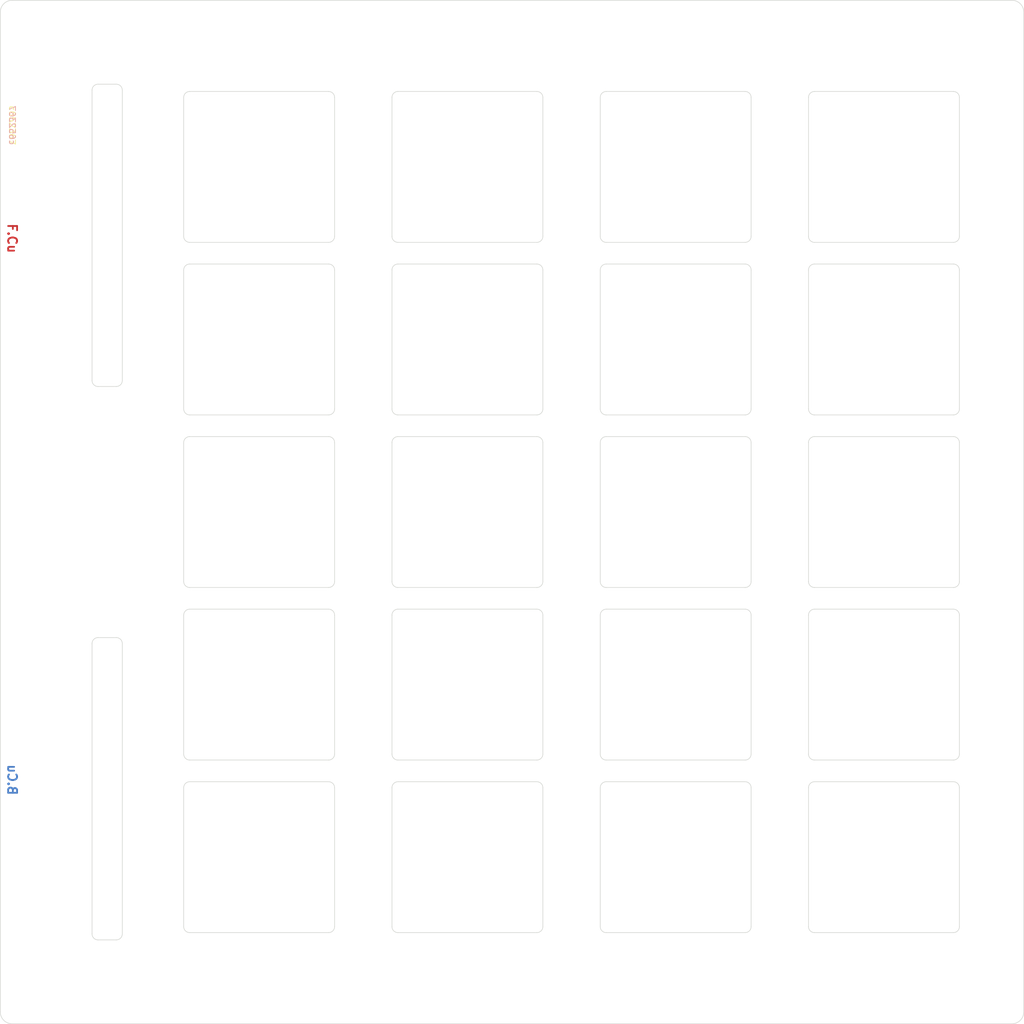
<source format=kicad_pcb>
(kicad_pcb (version 20210228) (generator pcbnew)
  (layers (0 "F.Cu" signal) (31 "B.Cu" signal) (34 "B.Paste" user) (35 "F.Paste" user) (36 "B.SilkS" user "B.Silkscreen") (37 "F.SilkS" user "F.Silkscreen") (38 "B.Mask" user) (39 "F.Mask" user) (44 "Edge.Cuts" user))
  (net 0 "")
  (footprint "MINE:MountingHole_7.1mm" (layer "F.Cu") (at 20 80)
    (fp_text reference "REF**" hide)
    (fp_text value "MountingHole_7.1mm" hide)
    (pad "" np_thru_hole circle (at 0 0) (size 7.1 7.1) (drill 7.1) (layers F&B.Cu *.Mask))
  )
  (footprint "MINE:MountingHole_7.1mm" (layer "F.Cu") (at 0 -80)
    (fp_text reference "REF**" hide)
    (fp_text value "MountingHole_7.1mm" hide)
    (pad "" np_thru_hole circle (at 0 0) (size 7.1 7.1) (drill 7.1) (layers F&B.Cu *.Mask))
  )
  (gr_line (start 74.177 -16.323) (end 50.822999 -16.323) (layer "Edge.Cuts") (width 0.1))
  (gr_arc (start 50.822999 -40.677) (end 50.822999 -41.677) (angle -90) (layer "Edge.Cuts") (width 0.1))
  (gr_line (start -55.177 -46.323) (end -55.177 -69.677) (layer "Edge.Cuts") (width 0.1))
  (gr_arc (start -69.579999 70.899999) (end -70.579999 70.899999) (angle -90) (layer "Edge.Cuts") (width 0.1))
  (gr_arc (start 39.177 69.676999) (end 39.177 70.676999) (angle -90) (layer "Edge.Cuts") (width 0.1))
  (gr_arc (start -54.177 -17.322999) (end -55.177 -17.323) (angle -90) (layer "Edge.Cuts") (width 0.1))
  (gr_line (start 39.177 -16.322999) (end 15.823 -16.322999) (layer "Edge.Cuts") (width 0.1))
  (gr_line (start -19.177 -12.677) (end 4.177 -12.677) (layer "Edge.Cuts") (width 0.1))
  (gr_line (start -55.177 40.676999) (end -55.177 17.322999) (layer "Edge.Cuts") (width 0.1))
  (gr_arc (start -66.499999 70.899999) (end -66.499999 71.899999) (angle -90) (layer "Edge.Cuts") (width 0.1))
  (gr_line (start 39.177 -45.322999) (end 15.822999 -45.322999) (layer "Edge.Cuts") (width 0.1))
  (gr_line (start -29.822999 46.322999) (end -29.822999 69.676999) (layer "Edge.Cuts") (width 0.1))
  (gr_line (start -54.177 -70.677) (end -30.822999 -70.677) (layer "Edge.Cuts") (width 0.1))
  (gr_line (start -29.822999 -40.677) (end -29.822999 -17.323) (layer "Edge.Cuts") (width 0.1))
  (gr_line (start -20.177 -46.323) (end -20.177 -69.677) (layer "Edge.Cuts") (width 0.1))
  (gr_line (start 74.177 12.676999) (end 50.822999 12.676999) (layer "Edge.Cuts") (width 0.1))
  (gr_arc (start 4.176999 -46.322999) (end 4.177 -45.322999) (angle -90) (layer "Edge.Cuts") (width 0.1))
  (gr_arc (start 39.176999 -69.677) (end 40.176999 -69.677) (angle -90) (layer "Edge.Cuts") (width 0.1))
  (gr_arc (start 84 84) (end 84 86) (angle -90) (layer "Edge.Cuts") (width 0.1))
  (gr_arc (start -54.177 17.322999) (end -54.177 16.322999) (angle -90) (layer "Edge.Cuts") (width 0.1))
  (gr_line (start -30.822999 12.677) (end -54.177 12.677) (layer "Edge.Cuts") (width 0.1))
  (gr_line (start 15.822999 -70.677) (end 39.177 -70.677) (layer "Edge.Cuts") (width 0.1))
  (gr_arc (start -19.177 11.677) (end -20.177 11.676999) (angle -90) (layer "Edge.Cuts") (width 0.1))
  (gr_arc (start -66.499999 -70.899999) (end -65.499999 -70.899999) (angle -90) (layer "Edge.Cuts") (width 0.1))
  (gr_line (start -20.177 40.676999) (end -20.177 17.322999) (layer "Edge.Cuts") (width 0.1))
  (gr_line (start 75.177 46.322999) (end 75.177 69.676999) (layer "Edge.Cuts") (width 0.1))
  (gr_arc (start 74.177 40.676999) (end 74.177 41.676999) (angle -90) (layer "Edge.Cuts") (width 0.1))
  (gr_line (start 50.822999 45.322999) (end 74.177 45.322999) (layer "Edge.Cuts") (width 0.1))
  (gr_arc (start 4.177 -11.677) (end 5.177 -11.677) (angle -90) (layer "Edge.Cuts") (width 0.1))
  (gr_arc (start -19.177 -11.677) (end -19.177 -12.677) (angle -90) (layer "Edge.Cuts") (width 0.1))
  (gr_arc (start -19.176999 -17.323) (end -20.177 -17.323) (angle -90) (layer "Edge.Cuts") (width 0.1))
  (gr_arc (start 39.176999 -17.323) (end 39.177 -16.322999) (angle -90) (layer "Edge.Cuts") (width 0.1))
  (gr_line (start 85.999999 -84) (end 86 84) (layer "Edge.Cuts") (width 0.1))
  (gr_arc (start -84 -84) (end -84 -86) (angle -90) (layer "Edge.Cuts") (width 0.1))
  (gr_line (start 4.177 -16.322999) (end -19.177 -16.322999) (layer "Edge.Cuts") (width 0.1))
  (gr_line (start 74.177 41.676999) (end 50.822999 41.676999) (layer "Edge.Cuts") (width 0.1))
  (gr_line (start 15.822999 16.322999) (end 39.177 16.322999) (layer "Edge.Cuts") (width 0.1))
  (gr_line (start -19.177 -41.677) (end 4.177 -41.677) (layer "Edge.Cuts") (width 0.1))
  (gr_line (start 14.822999 69.676999) (end 14.822999 46.322999) (layer "Edge.Cuts") (width 0.1))
  (gr_line (start 50.822999 -41.677) (end 74.177 -41.677) (layer "Edge.Cuts") (width 0.1))
  (gr_line (start -30.822999 41.677) (end -54.177 41.677) (layer "Edge.Cuts") (width 0.1))
  (gr_arc (start 4.177 46.322999) (end 5.177 46.322999) (angle -90) (layer "Edge.Cuts") (width 0.1))
  (gr_arc (start 39.176999 -46.322999) (end 39.177 -45.322999) (angle -90) (layer "Edge.Cuts") (width 0.1))
  (gr_line (start 50.822999 16.322999) (end 74.177 16.322999) (layer "Edge.Cuts") (width 0.1))
  (gr_arc (start -69.579999 -70.899999) (end -69.579999 -71.899999) (angle -90) (layer "Edge.Cuts") (width 0.1))
  (gr_line (start 49.822999 11.676999) (end 49.822999 -11.677) (layer "Edge.Cuts") (width 0.1))
  (gr_arc (start -30.822999 11.677) (end -30.822999 12.677) (angle -90) (layer "Edge.Cuts") (width 0.1))
  (gr_arc (start 4.176999 -69.677) (end 5.176999 -69.677) (angle -90) (layer "Edge.Cuts") (width 0.1))
  (gr_arc (start 74.176999 -69.677) (end 75.176999 -69.677) (angle -90) (layer "Edge.Cuts") (width 0.1))
  (gr_line (start 4.177 -45.322999) (end -19.177 -45.322999) (layer "Edge.Cuts") (width 0.1))
  (gr_line (start 49.822999 69.676999) (end 49.822999 46.322999) (layer "Edge.Cuts") (width 0.1))
  (gr_line (start 75.177 -11.677) (end 75.177 11.676999) (layer "Edge.Cuts") (width 0.1))
  (gr_line (start 15.822999 -12.677) (end 39.177 -12.677) (layer "Edge.Cuts") (width 0.1))
  (gr_arc (start 50.822999 -11.677) (end 50.822999 -12.677) (angle -90) (layer "Edge.Cuts") (width 0.1))
  (gr_line (start 50.822999 -70.677) (end 74.177 -70.677) (layer "Edge.Cuts") (width 0.1))
  (gr_line (start -65.499999 70.899999) (end -65.5 22.1) (layer "Edge.Cuts") (width 0.1))
  (gr_line (start 49.822999 -17.323) (end 49.822999 -40.677) (layer "Edge.Cuts") (width 0.1))
  (gr_line (start -55.177 69.676999) (end -55.177 46.322999) (layer "Edge.Cuts") (width 0.1))
  (gr_line (start 4.177 70.676999) (end -19.177 70.676999) (layer "Edge.Cuts") (width 0.1))
  (gr_arc (start 15.823 11.676999) (end 14.822999 11.676999) (angle -90) (layer "Edge.Cuts") (width 0.1))
  (gr_line (start 15.822999 45.322999) (end 39.177 45.322999) (layer "Edge.Cuts") (width 0.1))
  (gr_line (start 4.177 41.677) (end -19.177 41.677) (layer "Edge.Cuts") (width 0.1))
  (gr_line (start 5.177 17.322999) (end 5.177 40.676999) (layer "Edge.Cuts") (width 0.1))
  (gr_line (start 14.822999 11.676999) (end 14.822999 -11.677) (layer "Edge.Cuts") (width 0.1))
  (gr_line (start 40.176999 -69.677) (end 40.176999 -46.323) (layer "Edge.Cuts") (width 0.1))
  (gr_line (start -69.579999 71.899999) (end -66.499999 71.899999) (layer "Edge.Cuts") (width 0.1))
  (gr_arc (start 74.177 46.322999) (end 75.177 46.322999) (angle -90) (layer "Edge.Cuts") (width 0.1))
  (gr_line (start 39.177 41.676999) (end 15.822999 41.677) (layer "Edge.Cuts") (width 0.1))
  (gr_arc (start 39.177 46.322999) (end 40.177 46.322999) (angle -90) (layer "Edge.Cuts") (width 0.1))
  (gr_line (start -30.822999 -45.322999) (end -54.177 -45.322999) (layer "Edge.Cuts") (width 0.1))
  (gr_arc (start 15.822999 -46.323) (end 14.822999 -46.323) (angle -90) (layer "Edge.Cuts") (width 0.1))
  (gr_line (start -54.177 -41.677) (end -30.822999 -41.677) (layer "Edge.Cuts") (width 0.1))
  (gr_arc (start 4.177 11.677) (end 4.177 12.677) (angle -90) (layer "Edge.Cuts") (width 0.1))
  (gr_line (start -29.822999 -69.677) (end -29.822999 -46.323) (layer "Edge.Cuts") (width 0.1))
  (gr_line (start -20.177 69.676999) (end -20.177 46.322999) (layer "Edge.Cuts") (width 0.1))
  (gr_line (start -85.999999 83.999999) (end -86 -84) (layer "Edge.Cuts") (width 0.1))
  (gr_arc (start 74.177 -17.323) (end 74.177 -16.323) (angle -90) (layer "Edge.Cuts") (width 0.1))
  (gr_arc (start 15.822999 -40.677) (end 15.822999 -41.677) (angle -90) (layer "Edge.Cuts") (width 0.1))
  (gr_line (start 75.176999 -69.677) (end 75.176999 -46.323) (layer "Edge.Cuts") (width 0.1))
  (gr_line (start -55.177 -17.323) (end -55.177 -40.677) (layer "Edge.Cuts") (width 0.1))
  (gr_arc (start -54.177 -69.677) (end -54.177 -70.677) (angle -90) (layer "Edge.Cuts") (width 0.1))
  (gr_arc (start -54.177 46.322999) (end -54.177 45.322999) (angle -90) (layer "Edge.Cuts") (width 0.1))
  (gr_arc (start 39.177 17.322999) (end 40.177 17.322999) (angle -90) (layer "Edge.Cuts") (width 0.1))
  (gr_arc (start -66.5 -22.1) (end -66.5 -21.1) (angle -90) (layer "Edge.Cuts") (width 0.1))
  (gr_arc (start 15.822999 46.322999) (end 15.822999 45.322999) (angle -90) (layer "Edge.Cuts") (width 0.1))
  (gr_line (start 14.822999 -46.323) (end 14.822999 -69.677) (layer "Edge.Cuts") (width 0.1))
  (gr_line (start 75.177 17.322999) (end 75.177 40.676999) (layer "Edge.Cuts") (width 0.1))
  (gr_arc (start -69.579999 -22.1) (end -70.579999 -22.1) (angle -90) (layer "Edge.Cuts") (width 0.1))
  (gr_arc (start -30.822999 -17.322999) (end -30.822999 -16.322999) (angle -90) (layer "Edge.Cuts") (width 0.1))
  (gr_arc (start -54.177 40.677) (end -55.177 40.676999) (angle -90) (layer "Edge.Cuts") (width 0.1))
  (gr_arc (start 50.822999 -46.323) (end 49.822999 -46.323) (angle -90) (layer "Edge.Cuts") (width 0.1))
  (gr_line (start 5.177 46.322999) (end 5.177 69.676999) (layer "Edge.Cuts") (width 0.1))
  (gr_arc (start 50.822999 69.676999) (end 49.822999 69.676999) (angle -90) (layer "Edge.Cuts") (width 0.1))
  (gr_arc (start 50.822999 17.322999) (end 50.822999 16.322999) (angle -90) (layer "Edge.Cuts") (width 0.1))
  (gr_arc (start 74.177 69.676999) (end 74.177 70.676999) (angle -90) (layer "Edge.Cuts") (width 0.1))
  (gr_arc (start -30.822999 -11.677) (end -29.822999 -11.677) (angle -90) (layer "Edge.Cuts") (width 0.1))
  (gr_arc (start -19.177 40.677) (end -20.177 40.676999) (angle -90) (layer "Edge.Cuts") (width 0.1))
  (gr_line (start -30.822999 70.677) (end -54.177 70.677) (layer "Edge.Cuts") (width 0.1))
  (gr_arc (start 39.177 -40.677) (end 40.177 -40.677) (angle -90) (layer "Edge.Cuts") (width 0.1))
  (gr_arc (start -30.822999 40.677) (end -30.822999 41.677) (angle -90) (layer "Edge.Cuts") (width 0.1))
  (gr_arc (start -19.177 -69.676999) (end -19.177 -70.677) (angle -90) (layer "Edge.Cuts") (width 0.1))
  (gr_arc (start -19.177 17.322999) (end -19.177 16.322999) (angle -90) (layer "Edge.Cuts") (width 0.1))
  (gr_arc (start 15.823 -17.323) (end 14.822999 -17.323) (angle -90) (layer "Edge.Cuts") (width 0.1))
  (gr_arc (start -54.177 -46.322999) (end -55.177 -46.323) (angle -90) (layer "Edge.Cuts") (width 0.1))
  (gr_line (start -19.177 45.322999) (end 4.177 45.322999) (layer "Edge.Cuts") (width 0.1))
  (gr_line (start -19.177 -70.677) (end 4.177 -70.677) (layer "Edge.Cuts") (width 0.1))
  (gr_arc (start -83.999999 83.999999) (end -85.999999 83.999999) (angle -90) (layer "Edge.Cuts") (width 0.1))
  (gr_arc (start 50.822999 -69.677) (end 50.822999 -70.677) (angle -90) (layer "Edge.Cuts") (width 0.1))
  (gr_arc (start -54.177 69.676999) (end -55.177 69.676999) (angle -90) (layer "Edge.Cuts") (width 0.1))
  (gr_arc (start -54.177 -11.677) (end -54.177 -12.677) (angle -90) (layer "Edge.Cuts") (width 0.1))
  (gr_arc (start -30.822999 46.322999) (end -29.822999 46.322999) (angle -90) (layer "Edge.Cuts") (width 0.1))
  (gr_line (start 39.177 70.676999) (end 15.822999 70.676999) (layer "Edge.Cuts") (width 0.1))
  (gr_arc (start -69.579999 22.1) (end -69.579999 21.1) (angle -90) (layer "Edge.Cuts") (width 0.1))
  (gr_arc (start 74.176999 -46.323) (end 74.177 -45.323) (angle -90) (layer "Edge.Cuts") (width 0.1))
  (gr_arc (start -30.822999 -69.677) (end -29.822999 -69.677) (angle -90) (layer "Edge.Cuts") (width 0.1))
  (gr_line (start 5.177 -11.677) (end 5.177 11.676999) (layer "Edge.Cuts") (width 0.1))
  (gr_line (start -55.177 11.676999) (end -55.177 -11.677) (layer "Edge.Cuts") (width 0.1))
  (gr_line (start -70.579999 -22.1) (end -70.579999 -70.899999) (layer "Edge.Cuts") (width 0.1))
  (gr_line (start 40.177 46.322999) (end 40.177 69.676999) (layer "Edge.Cuts") (width 0.1))
  (gr_line (start 49.822999 -46.323) (end 49.822999 -69.677) (layer "Edge.Cuts") (width 0.1))
  (gr_line (start -66.5 -21.1) (end -69.579999 -21.1) (layer "Edge.Cuts") (width 0.1))
  (gr_arc (start 83.999999 -84) (end 85.999999 -84) (angle -90) (layer "Edge.Cuts") (width 0.1))
  (gr_arc (start 15.822999 -11.677) (end 15.822999 -12.677) (angle -90) (layer "Edge.Cuts") (width 0.1))
  (gr_arc (start 74.177 17.322999) (end 75.177 17.322999) (angle -90) (layer "Edge.Cuts") (width 0.1))
  (gr_line (start 5.177 -40.677) (end 5.177 -17.323) (layer "Edge.Cuts") (width 0.1))
  (gr_line (start 49.822999 40.676999) (end 49.822999 17.322999) (layer "Edge.Cuts") (width 0.1))
  (gr_line (start -30.822999 -16.322999) (end -54.177 -16.322999) (layer "Edge.Cuts") (width 0.1))
  (gr_arc (start -30.822999 -46.322999) (end -30.822999 -45.322999) (angle -90) (layer "Edge.Cuts") (width 0.1))
  (gr_line (start -70.579999 22.1) (end -70.579999 70.899999) (layer "Edge.Cuts") (width 0.1))
  (gr_line (start 74.177 70.676999) (end 50.822999 70.676999) (layer "Edge.Cuts") (width 0.1))
  (gr_line (start 39.177 12.677) (end 15.823 12.677) (layer "Edge.Cuts") (width 0.1))
  (gr_line (start 75.177 -40.677) (end 75.177 -17.323) (layer "Edge.Cuts") (width 0.1))
  (gr_arc (start -54.177 11.677) (end -55.177 11.676999) (angle -90) (layer "Edge.Cuts") (width 0.1))
  (gr_arc (start -30.822999 69.676999) (end -30.822999 70.677) (angle -90) (layer "Edge.Cuts") (width 0.1))
  (gr_arc (start 15.822999 69.676999) (end 14.822999 69.676999) (angle -90) (layer "Edge.Cuts") (width 0.1))
  (gr_line (start -29.822999 17.322999) (end -29.822999 40.676999) (layer "Edge.Cuts") (width 0.1))
  (gr_line (start 5.176999 -69.677) (end 5.176999 -46.323) (layer "Edge.Cuts") (width 0.1))
  (gr_arc (start 4.177 40.677) (end 4.177 41.677) (angle -90) (layer "Edge.Cuts") (width 0.1))
  (gr_arc (start -19.177 -40.677) (end -19.177 -41.677) (angle -90) (layer "Edge.Cuts") (width 0.1))
  (gr_arc (start 50.822999 46.322999) (end 50.822999 45.322999) (angle -90) (layer "Edge.Cuts") (width 0.1))
  (gr_arc (start 50.822999 11.676999) (end 49.822999 11.676999) (angle -90) (layer "Edge.Cuts") (width 0.1))
  (gr_arc (start -30.822999 17.322999) (end -29.822999 17.322999) (angle -90) (layer "Edge.Cuts") (width 0.1))
  (gr_arc (start 50.823 40.676999) (end 49.822999 40.676999) (angle -90) (layer "Edge.Cuts") (width 0.1))
  (gr_line (start 84 86) (end -83.999999 85.999999) (layer "Edge.Cuts") (width 0.1))
  (gr_arc (start 15.822999 -69.676999) (end 15.822999 -70.677) (angle -90) (layer "Edge.Cuts") (width 0.1))
  (gr_arc (start 50.823 -17.323) (end 49.822999 -17.323) (angle -90) (layer "Edge.Cuts") (width 0.1))
  (gr_line (start -20.177 -17.323) (end -20.177 -40.677) (layer "Edge.Cuts") (width 0.1))
  (gr_arc (start 39.177 40.676999) (end 39.177 41.676999) (angle -90) (layer "Edge.Cuts") (width 0.1))
  (gr_arc (start -19.177 69.676999) (end -20.177 69.676999) (angle -90) (layer "Edge.Cuts") (width 0.1))
  (gr_arc (start 74.177 -40.677) (end 75.177 -40.677) (angle -90) (layer "Edge.Cuts") (width 0.1))
  (gr_line (start 14.822999 40.676999) (end 14.822999 17.322999) (layer "Edge.Cuts") (width 0.1))
  (gr_line (start -29.822999 -11.677) (end -29.822999 11.676999) (layer "Edge.Cuts") (width 0.1))
  (gr_line (start 4.177 12.677) (end -19.177 12.677) (layer "Edge.Cuts") (width 0.1))
  (gr_line (start -54.177 16.322999) (end -30.822999 16.322999) (layer "Edge.Cuts") (width 0.1))
  (gr_line (start -84 -86) (end 83.999999 -86) (layer "Edge.Cuts") (width 0.1))
  (gr_arc (start 4.177 -40.677) (end 5.177 -40.677) (angle -90) (layer "Edge.Cuts") (width 0.1))
  (gr_arc (start -19.177 46.322999) (end -19.177 45.322999) (angle -90) (layer "Edge.Cuts") (width 0.1))
  (gr_arc (start 4.177 17.322999) (end 5.177 17.322999) (angle -90) (layer "Edge.Cuts") (width 0.1))
  (gr_arc (start -66.5 22.1) (end -65.5 22.1) (angle -90) (layer "Edge.Cuts") (width 0.1))
  (gr_line (start 14.822999 -17.323) (end 14.822999 -40.677) (layer "Edge.Cuts") (width 0.1))
  (gr_arc (start 4.177 69.676999) (end 4.177 70.676999) (angle -90) (layer "Edge.Cuts") (width 0.1))
  (gr_line (start -54.177 -12.677) (end -30.822999 -12.677) (layer "Edge.Cuts") (width 0.1))
  (gr_line (start 40.177 -11.677) (end 40.177 11.676998) (layer "Edge.Cuts") (width 0.1))
  (gr_line (start -20.177 11.676999) (end -20.177 -11.677) (layer "Edge.Cuts") (width 0.1))
  (gr_line (start 40.177 17.322999) (end 40.177 40.676999) (layer "Edge.Cuts") (width 0.1))
  (gr_line (start 74.177 -45.323) (end 50.822999 -45.323) (layer "Edge.Cuts") (width 0.1))
  (gr_line (start -19.177 16.322999) (end 4.177 16.322999) (layer "Edge.Cuts") (width 0.1))
  (gr_arc (start 39.176999 11.676999) (end 39.177 12.677) (angle -90) (layer "Edge.Cuts") (width 0.1))
  (gr_line (start -65.499999 -70.899999) (end -65.5 -22.1) (layer "Edge.Cuts") (width 0.1))
  (gr_line (start 40.177 -40.677) (end 40.177 -17.323) (layer "Edge.Cuts") (width 0.1))
  (gr_line (start -54.177 45.322999) (end -30.822999 45.322999) (layer "Edge.Cuts") (width 0.1))
  (gr_arc (start 74.177 -11.677) (end 75.177 -11.677) (angle -90) (layer "Edge.Cuts") (width 0.1))
  (gr_arc (start -19.177 -46.323) (end -20.177 -46.323) (angle -90) (layer "Edge.Cuts") (width 0.1))
  (gr_arc (start 15.822999 40.677) (end 14.822999 40.676999) (angle -90) (layer "Edge.Cuts") (width 0.1))
  (gr_arc (start -54.177 -40.677) (end -54.177 -41.677) (angle -90) (layer "Edge.Cuts") (width 0.1))
  (gr_line (start 15.822999 -41.677) (end 39.177 -41.677) (layer "Edge.Cuts") (width 0.1))
  (gr_arc (start 4.176999 -17.323) (end 4.177 -16.322999) (angle -90) (layer "Edge.Cuts") (width 0.1))
  (gr_arc (start 74.177 11.676999) (end 74.177 12.676999) (angle -90) (layer "Edge.Cuts") (width 0.1))
  (gr_line (start -66.5 21.1) (end -69.579999 21.1) (layer "Edge.Cuts") (width 0.1))
  (gr_arc (start -30.822999 -40.677) (end -29.822999 -40.677) (angle -90) (layer "Edge.Cuts") (width 0.1))
  (gr_arc (start 15.822999 17.322999) (end 15.822999 16.322999) (angle -90) (layer "Edge.Cuts") (width 0.1))
  (gr_line (start -69.579999 -71.899999) (end -66.499999 -71.899999) (layer "Edge.Cuts") (width 0.1))
  (gr_line (start 50.822999 -12.677) (end 74.177 -12.677) (layer "Edge.Cuts") (width 0.1))
  (gr_arc (start 39.177 -11.677) (end 40.177 -11.677) (angle -90) (layer "Edge.Cuts") (width 0.1))
  (gr_text "F.Cu" (at -84 -46 270) (layer "F.Cu") (effects (font (size 1.5 1.5) (thickness 0.3))))
  (gr_text "B.Cu" (at -84 45 270) (layer "B.Cu") (effects (font (size 1.5 1.5) (thickness 0.3)) (justify mirror)))
  (gr_text "c652367" (at -84 -65 -90) (layer "B.SilkS") (effects (font (size 1 1)) (justify mirror)))
  (gr_text "c652367" (at -84 -65 270) (layer "F.SilkS") (effects (font (size 1 1))))
)
</source>
